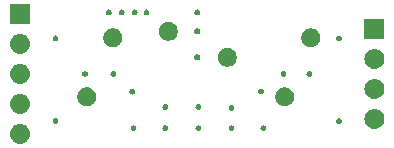
<source format=gbs>
G04 #@! TF.GenerationSoftware,KiCad,Pcbnew,5.0.2-bee76a0~70~ubuntu18.04.1*
G04 #@! TF.CreationDate,2018-12-18T09:34:18-08:00*
G04 #@! TF.ProjectId,LowPassFilterModule,4c6f7750-6173-4734-9669-6c7465724d6f,rev?*
G04 #@! TF.SameCoordinates,Original*
G04 #@! TF.FileFunction,Soldermask,Bot*
G04 #@! TF.FilePolarity,Negative*
%FSLAX46Y46*%
G04 Gerber Fmt 4.6, Leading zero omitted, Abs format (unit mm)*
G04 Created by KiCad (PCBNEW 5.0.2-bee76a0~70~ubuntu18.04.1) date Tue 18 Dec 2018 09:34:18 AM PST*
%MOMM*%
%LPD*%
G01*
G04 APERTURE LIST*
%ADD10C,0.100000*%
G04 APERTURE END LIST*
D10*
G36*
X102166630Y-97242299D02*
X102326855Y-97290903D01*
X102474520Y-97369831D01*
X102603949Y-97476051D01*
X102710169Y-97605480D01*
X102789097Y-97753145D01*
X102837701Y-97913370D01*
X102854112Y-98080000D01*
X102837701Y-98246630D01*
X102789097Y-98406855D01*
X102710169Y-98554520D01*
X102603949Y-98683949D01*
X102474520Y-98790169D01*
X102326855Y-98869097D01*
X102166630Y-98917701D01*
X102041752Y-98930000D01*
X101958248Y-98930000D01*
X101833370Y-98917701D01*
X101673145Y-98869097D01*
X101525480Y-98790169D01*
X101396051Y-98683949D01*
X101289831Y-98554520D01*
X101210903Y-98406855D01*
X101162299Y-98246630D01*
X101145888Y-98080000D01*
X101162299Y-97913370D01*
X101210903Y-97753145D01*
X101289831Y-97605480D01*
X101396051Y-97476051D01*
X101525480Y-97369831D01*
X101673145Y-97290903D01*
X101833370Y-97242299D01*
X101958248Y-97230000D01*
X102041752Y-97230000D01*
X102166630Y-97242299D01*
X102166630Y-97242299D01*
G37*
G36*
X122636698Y-97352402D02*
X122672922Y-97359607D01*
X122718420Y-97378453D01*
X122759366Y-97405812D01*
X122794188Y-97440634D01*
X122821547Y-97481580D01*
X122840393Y-97527078D01*
X122850000Y-97575377D01*
X122850000Y-97624623D01*
X122840393Y-97672922D01*
X122821547Y-97718420D01*
X122794188Y-97759366D01*
X122759366Y-97794188D01*
X122718420Y-97821547D01*
X122672922Y-97840393D01*
X122636698Y-97847598D01*
X122624624Y-97850000D01*
X122575376Y-97850000D01*
X122563302Y-97847598D01*
X122527078Y-97840393D01*
X122481580Y-97821547D01*
X122440634Y-97794188D01*
X122405812Y-97759366D01*
X122378453Y-97718420D01*
X122359607Y-97672922D01*
X122350000Y-97624623D01*
X122350000Y-97575377D01*
X122359607Y-97527078D01*
X122378453Y-97481580D01*
X122405812Y-97440634D01*
X122440634Y-97405812D01*
X122481580Y-97378453D01*
X122527078Y-97359607D01*
X122563302Y-97352402D01*
X122575376Y-97350000D01*
X122624624Y-97350000D01*
X122636698Y-97352402D01*
X122636698Y-97352402D01*
G37*
G36*
X117136698Y-97352402D02*
X117172922Y-97359607D01*
X117218420Y-97378453D01*
X117259366Y-97405812D01*
X117294188Y-97440634D01*
X117321547Y-97481580D01*
X117340393Y-97527078D01*
X117350000Y-97575377D01*
X117350000Y-97624623D01*
X117340393Y-97672922D01*
X117321547Y-97718420D01*
X117294188Y-97759366D01*
X117259366Y-97794188D01*
X117218420Y-97821547D01*
X117172922Y-97840393D01*
X117136698Y-97847598D01*
X117124624Y-97850000D01*
X117075376Y-97850000D01*
X117063302Y-97847598D01*
X117027078Y-97840393D01*
X116981580Y-97821547D01*
X116940634Y-97794188D01*
X116905812Y-97759366D01*
X116878453Y-97718420D01*
X116859607Y-97672922D01*
X116850000Y-97624623D01*
X116850000Y-97575377D01*
X116859607Y-97527078D01*
X116878453Y-97481580D01*
X116905812Y-97440634D01*
X116940634Y-97405812D01*
X116981580Y-97378453D01*
X117027078Y-97359607D01*
X117063302Y-97352402D01*
X117075376Y-97350000D01*
X117124624Y-97350000D01*
X117136698Y-97352402D01*
X117136698Y-97352402D01*
G37*
G36*
X114336698Y-97352402D02*
X114372922Y-97359607D01*
X114418420Y-97378453D01*
X114459366Y-97405812D01*
X114494188Y-97440634D01*
X114521547Y-97481580D01*
X114540393Y-97527078D01*
X114550000Y-97575377D01*
X114550000Y-97624623D01*
X114540393Y-97672922D01*
X114521547Y-97718420D01*
X114494188Y-97759366D01*
X114459366Y-97794188D01*
X114418420Y-97821547D01*
X114372922Y-97840393D01*
X114336698Y-97847598D01*
X114324624Y-97850000D01*
X114275376Y-97850000D01*
X114263302Y-97847598D01*
X114227078Y-97840393D01*
X114181580Y-97821547D01*
X114140634Y-97794188D01*
X114105812Y-97759366D01*
X114078453Y-97718420D01*
X114059607Y-97672922D01*
X114050000Y-97624623D01*
X114050000Y-97575377D01*
X114059607Y-97527078D01*
X114078453Y-97481580D01*
X114105812Y-97440634D01*
X114140634Y-97405812D01*
X114181580Y-97378453D01*
X114227078Y-97359607D01*
X114263302Y-97352402D01*
X114275376Y-97350000D01*
X114324624Y-97350000D01*
X114336698Y-97352402D01*
X114336698Y-97352402D01*
G37*
G36*
X119936698Y-97352402D02*
X119972922Y-97359607D01*
X120018420Y-97378453D01*
X120059366Y-97405812D01*
X120094188Y-97440634D01*
X120121547Y-97481580D01*
X120140393Y-97527078D01*
X120150000Y-97575377D01*
X120150000Y-97624623D01*
X120140393Y-97672922D01*
X120121547Y-97718420D01*
X120094188Y-97759366D01*
X120059366Y-97794188D01*
X120018420Y-97821547D01*
X119972922Y-97840393D01*
X119936698Y-97847598D01*
X119924624Y-97850000D01*
X119875376Y-97850000D01*
X119863302Y-97847598D01*
X119827078Y-97840393D01*
X119781580Y-97821547D01*
X119740634Y-97794188D01*
X119705812Y-97759366D01*
X119678453Y-97718420D01*
X119659607Y-97672922D01*
X119650000Y-97624623D01*
X119650000Y-97575377D01*
X119659607Y-97527078D01*
X119678453Y-97481580D01*
X119705812Y-97440634D01*
X119740634Y-97405812D01*
X119781580Y-97378453D01*
X119827078Y-97359607D01*
X119863302Y-97352402D01*
X119875376Y-97350000D01*
X119924624Y-97350000D01*
X119936698Y-97352402D01*
X119936698Y-97352402D01*
G37*
G36*
X111636698Y-97352402D02*
X111672922Y-97359607D01*
X111718420Y-97378453D01*
X111759366Y-97405812D01*
X111794188Y-97440634D01*
X111821547Y-97481580D01*
X111840393Y-97527078D01*
X111850000Y-97575377D01*
X111850000Y-97624623D01*
X111840393Y-97672922D01*
X111821547Y-97718420D01*
X111794188Y-97759366D01*
X111759366Y-97794188D01*
X111718420Y-97821547D01*
X111672922Y-97840393D01*
X111636698Y-97847598D01*
X111624624Y-97850000D01*
X111575376Y-97850000D01*
X111563302Y-97847598D01*
X111527078Y-97840393D01*
X111481580Y-97821547D01*
X111440634Y-97794188D01*
X111405812Y-97759366D01*
X111378453Y-97718420D01*
X111359607Y-97672922D01*
X111350000Y-97624623D01*
X111350000Y-97575377D01*
X111359607Y-97527078D01*
X111378453Y-97481580D01*
X111405812Y-97440634D01*
X111440634Y-97405812D01*
X111481580Y-97378453D01*
X111527078Y-97359607D01*
X111563302Y-97352402D01*
X111575376Y-97350000D01*
X111624624Y-97350000D01*
X111636698Y-97352402D01*
X111636698Y-97352402D01*
G37*
G36*
X132166630Y-95972299D02*
X132326855Y-96020903D01*
X132474520Y-96099831D01*
X132603949Y-96206051D01*
X132710169Y-96335480D01*
X132789097Y-96483145D01*
X132837701Y-96643370D01*
X132854112Y-96810000D01*
X132837701Y-96976630D01*
X132789097Y-97136855D01*
X132710169Y-97284520D01*
X132603949Y-97413949D01*
X132474520Y-97520169D01*
X132326855Y-97599097D01*
X132166630Y-97647701D01*
X132041752Y-97660000D01*
X131958248Y-97660000D01*
X131833370Y-97647701D01*
X131673145Y-97599097D01*
X131525480Y-97520169D01*
X131396051Y-97413949D01*
X131289831Y-97284520D01*
X131210903Y-97136855D01*
X131162299Y-96976630D01*
X131145888Y-96810000D01*
X131162299Y-96643370D01*
X131210903Y-96483145D01*
X131289831Y-96335480D01*
X131396051Y-96206051D01*
X131525480Y-96099831D01*
X131673145Y-96020903D01*
X131833370Y-95972299D01*
X131958248Y-95960000D01*
X132041752Y-95960000D01*
X132166630Y-95972299D01*
X132166630Y-95972299D01*
G37*
G36*
X105036698Y-96752402D02*
X105072922Y-96759607D01*
X105118420Y-96778453D01*
X105159366Y-96805812D01*
X105194188Y-96840634D01*
X105221547Y-96881580D01*
X105240393Y-96927078D01*
X105250000Y-96975377D01*
X105250000Y-97024623D01*
X105240393Y-97072922D01*
X105221547Y-97118420D01*
X105194188Y-97159366D01*
X105159366Y-97194188D01*
X105118420Y-97221547D01*
X105072922Y-97240393D01*
X105036698Y-97247598D01*
X105024624Y-97250000D01*
X104975376Y-97250000D01*
X104963302Y-97247598D01*
X104927078Y-97240393D01*
X104881580Y-97221547D01*
X104840634Y-97194188D01*
X104805812Y-97159366D01*
X104778453Y-97118420D01*
X104759607Y-97072922D01*
X104750000Y-97024623D01*
X104750000Y-96975377D01*
X104759607Y-96927078D01*
X104778453Y-96881580D01*
X104805812Y-96840634D01*
X104840634Y-96805812D01*
X104881580Y-96778453D01*
X104927078Y-96759607D01*
X104963302Y-96752402D01*
X104975376Y-96750000D01*
X105024624Y-96750000D01*
X105036698Y-96752402D01*
X105036698Y-96752402D01*
G37*
G36*
X129036698Y-96752402D02*
X129072922Y-96759607D01*
X129118420Y-96778453D01*
X129159366Y-96805812D01*
X129194188Y-96840634D01*
X129221547Y-96881580D01*
X129240393Y-96927078D01*
X129250000Y-96975377D01*
X129250000Y-97024623D01*
X129240393Y-97072922D01*
X129221547Y-97118420D01*
X129194188Y-97159366D01*
X129159366Y-97194188D01*
X129118420Y-97221547D01*
X129072922Y-97240393D01*
X129036698Y-97247598D01*
X129024624Y-97250000D01*
X128975376Y-97250000D01*
X128963302Y-97247598D01*
X128927078Y-97240393D01*
X128881580Y-97221547D01*
X128840634Y-97194188D01*
X128805812Y-97159366D01*
X128778453Y-97118420D01*
X128759607Y-97072922D01*
X128750000Y-97024623D01*
X128750000Y-96975377D01*
X128759607Y-96927078D01*
X128778453Y-96881580D01*
X128805812Y-96840634D01*
X128840634Y-96805812D01*
X128881580Y-96778453D01*
X128927078Y-96759607D01*
X128963302Y-96752402D01*
X128975376Y-96750000D01*
X129024624Y-96750000D01*
X129036698Y-96752402D01*
X129036698Y-96752402D01*
G37*
G36*
X102166630Y-94702299D02*
X102326855Y-94750903D01*
X102474520Y-94829831D01*
X102603949Y-94936051D01*
X102710169Y-95065480D01*
X102789097Y-95213145D01*
X102837701Y-95373370D01*
X102854112Y-95540000D01*
X102837701Y-95706630D01*
X102789097Y-95866855D01*
X102710169Y-96014520D01*
X102603949Y-96143949D01*
X102474520Y-96250169D01*
X102326855Y-96329097D01*
X102166630Y-96377701D01*
X102041752Y-96390000D01*
X101958248Y-96390000D01*
X101833370Y-96377701D01*
X101673145Y-96329097D01*
X101525480Y-96250169D01*
X101396051Y-96143949D01*
X101289831Y-96014520D01*
X101210903Y-95866855D01*
X101162299Y-95706630D01*
X101145888Y-95540000D01*
X101162299Y-95373370D01*
X101210903Y-95213145D01*
X101289831Y-95065480D01*
X101396051Y-94936051D01*
X101525480Y-94829831D01*
X101673145Y-94750903D01*
X101833370Y-94702299D01*
X101958248Y-94690000D01*
X102041752Y-94690000D01*
X102166630Y-94702299D01*
X102166630Y-94702299D01*
G37*
G36*
X119936698Y-95652402D02*
X119972922Y-95659607D01*
X120018420Y-95678453D01*
X120059366Y-95705812D01*
X120094188Y-95740634D01*
X120121547Y-95781580D01*
X120140393Y-95827078D01*
X120150000Y-95875377D01*
X120150000Y-95924623D01*
X120140393Y-95972922D01*
X120121547Y-96018420D01*
X120094188Y-96059366D01*
X120059366Y-96094188D01*
X120018420Y-96121547D01*
X119972922Y-96140393D01*
X119936698Y-96147598D01*
X119924624Y-96150000D01*
X119875376Y-96150000D01*
X119863302Y-96147598D01*
X119827078Y-96140393D01*
X119781580Y-96121547D01*
X119740634Y-96094188D01*
X119705812Y-96059366D01*
X119678453Y-96018420D01*
X119659607Y-95972922D01*
X119650000Y-95924623D01*
X119650000Y-95875377D01*
X119659607Y-95827078D01*
X119678453Y-95781580D01*
X119705812Y-95740634D01*
X119740634Y-95705812D01*
X119781580Y-95678453D01*
X119827078Y-95659607D01*
X119863302Y-95652402D01*
X119875376Y-95650000D01*
X119924624Y-95650000D01*
X119936698Y-95652402D01*
X119936698Y-95652402D01*
G37*
G36*
X114336698Y-95552402D02*
X114372922Y-95559607D01*
X114418420Y-95578453D01*
X114459366Y-95605812D01*
X114494188Y-95640634D01*
X114521547Y-95681580D01*
X114540393Y-95727078D01*
X114550000Y-95775377D01*
X114550000Y-95824623D01*
X114540393Y-95872922D01*
X114521547Y-95918420D01*
X114494188Y-95959366D01*
X114459366Y-95994188D01*
X114418420Y-96021547D01*
X114372922Y-96040393D01*
X114336698Y-96047598D01*
X114324624Y-96050000D01*
X114275376Y-96050000D01*
X114263302Y-96047598D01*
X114227078Y-96040393D01*
X114181580Y-96021547D01*
X114140634Y-95994188D01*
X114105812Y-95959366D01*
X114078453Y-95918420D01*
X114059607Y-95872922D01*
X114050000Y-95824623D01*
X114050000Y-95775377D01*
X114059607Y-95727078D01*
X114078453Y-95681580D01*
X114105812Y-95640634D01*
X114140634Y-95605812D01*
X114181580Y-95578453D01*
X114227078Y-95559607D01*
X114263302Y-95552402D01*
X114275376Y-95550000D01*
X114324624Y-95550000D01*
X114336698Y-95552402D01*
X114336698Y-95552402D01*
G37*
G36*
X117136698Y-95552402D02*
X117172922Y-95559607D01*
X117218420Y-95578453D01*
X117259366Y-95605812D01*
X117294188Y-95640634D01*
X117321547Y-95681580D01*
X117340393Y-95727078D01*
X117350000Y-95775377D01*
X117350000Y-95824623D01*
X117340393Y-95872922D01*
X117321547Y-95918420D01*
X117294188Y-95959366D01*
X117259366Y-95994188D01*
X117218420Y-96021547D01*
X117172922Y-96040393D01*
X117136698Y-96047598D01*
X117124624Y-96050000D01*
X117075376Y-96050000D01*
X117063302Y-96047598D01*
X117027078Y-96040393D01*
X116981580Y-96021547D01*
X116940634Y-95994188D01*
X116905812Y-95959366D01*
X116878453Y-95918420D01*
X116859607Y-95872922D01*
X116850000Y-95824623D01*
X116850000Y-95775377D01*
X116859607Y-95727078D01*
X116878453Y-95681580D01*
X116905812Y-95640634D01*
X116940634Y-95605812D01*
X116981580Y-95578453D01*
X117027078Y-95559607D01*
X117063302Y-95552402D01*
X117075376Y-95550000D01*
X117124624Y-95550000D01*
X117136698Y-95552402D01*
X117136698Y-95552402D01*
G37*
G36*
X124633352Y-94180743D02*
X124778941Y-94241048D01*
X124909973Y-94328601D01*
X125021399Y-94440027D01*
X125108952Y-94571059D01*
X125169257Y-94716648D01*
X125200000Y-94871205D01*
X125200000Y-95028795D01*
X125169257Y-95183352D01*
X125108952Y-95328941D01*
X125021399Y-95459973D01*
X124909973Y-95571399D01*
X124778941Y-95658952D01*
X124633352Y-95719257D01*
X124478795Y-95750000D01*
X124321205Y-95750000D01*
X124166648Y-95719257D01*
X124021059Y-95658952D01*
X123890027Y-95571399D01*
X123778601Y-95459973D01*
X123691048Y-95328941D01*
X123630743Y-95183352D01*
X123600000Y-95028795D01*
X123600000Y-94871205D01*
X123630743Y-94716648D01*
X123691048Y-94571059D01*
X123778601Y-94440027D01*
X123890027Y-94328601D01*
X124021059Y-94241048D01*
X124166648Y-94180743D01*
X124321205Y-94150000D01*
X124478795Y-94150000D01*
X124633352Y-94180743D01*
X124633352Y-94180743D01*
G37*
G36*
X107883352Y-94180743D02*
X108028941Y-94241048D01*
X108159973Y-94328601D01*
X108271399Y-94440027D01*
X108358952Y-94571059D01*
X108419257Y-94716648D01*
X108450000Y-94871205D01*
X108450000Y-95028795D01*
X108419257Y-95183352D01*
X108358952Y-95328941D01*
X108271399Y-95459973D01*
X108159973Y-95571399D01*
X108028941Y-95658952D01*
X107883352Y-95719257D01*
X107728795Y-95750000D01*
X107571205Y-95750000D01*
X107416648Y-95719257D01*
X107271059Y-95658952D01*
X107140027Y-95571399D01*
X107028601Y-95459973D01*
X106941048Y-95328941D01*
X106880743Y-95183352D01*
X106850000Y-95028795D01*
X106850000Y-94871205D01*
X106880743Y-94716648D01*
X106941048Y-94571059D01*
X107028601Y-94440027D01*
X107140027Y-94328601D01*
X107271059Y-94241048D01*
X107416648Y-94180743D01*
X107571205Y-94150000D01*
X107728795Y-94150000D01*
X107883352Y-94180743D01*
X107883352Y-94180743D01*
G37*
G36*
X132166630Y-93432299D02*
X132326855Y-93480903D01*
X132474520Y-93559831D01*
X132603949Y-93666051D01*
X132710169Y-93795480D01*
X132789097Y-93943145D01*
X132837701Y-94103370D01*
X132854112Y-94270000D01*
X132837701Y-94436630D01*
X132789097Y-94596855D01*
X132710169Y-94744520D01*
X132603949Y-94873949D01*
X132474520Y-94980169D01*
X132326855Y-95059097D01*
X132166630Y-95107701D01*
X132041752Y-95120000D01*
X131958248Y-95120000D01*
X131833370Y-95107701D01*
X131673145Y-95059097D01*
X131525480Y-94980169D01*
X131396051Y-94873949D01*
X131289831Y-94744520D01*
X131210903Y-94596855D01*
X131162299Y-94436630D01*
X131145888Y-94270000D01*
X131162299Y-94103370D01*
X131210903Y-93943145D01*
X131289831Y-93795480D01*
X131396051Y-93666051D01*
X131525480Y-93559831D01*
X131673145Y-93480903D01*
X131833370Y-93432299D01*
X131958248Y-93420000D01*
X132041752Y-93420000D01*
X132166630Y-93432299D01*
X132166630Y-93432299D01*
G37*
G36*
X111536698Y-94252402D02*
X111572922Y-94259607D01*
X111618420Y-94278453D01*
X111659366Y-94305812D01*
X111694188Y-94340634D01*
X111721547Y-94381580D01*
X111740393Y-94427078D01*
X111750000Y-94475377D01*
X111750000Y-94524623D01*
X111740393Y-94572922D01*
X111721547Y-94618420D01*
X111694188Y-94659366D01*
X111659366Y-94694188D01*
X111618420Y-94721547D01*
X111572922Y-94740393D01*
X111536698Y-94747598D01*
X111524624Y-94750000D01*
X111475376Y-94750000D01*
X111463302Y-94747598D01*
X111427078Y-94740393D01*
X111381580Y-94721547D01*
X111340634Y-94694188D01*
X111305812Y-94659366D01*
X111278453Y-94618420D01*
X111259607Y-94572922D01*
X111250000Y-94524623D01*
X111250000Y-94475377D01*
X111259607Y-94427078D01*
X111278453Y-94381580D01*
X111305812Y-94340634D01*
X111340634Y-94305812D01*
X111381580Y-94278453D01*
X111427078Y-94259607D01*
X111463302Y-94252402D01*
X111475376Y-94250000D01*
X111524624Y-94250000D01*
X111536698Y-94252402D01*
X111536698Y-94252402D01*
G37*
G36*
X122436698Y-94252402D02*
X122472922Y-94259607D01*
X122518420Y-94278453D01*
X122559366Y-94305812D01*
X122594188Y-94340634D01*
X122621547Y-94381580D01*
X122640393Y-94427078D01*
X122650000Y-94475377D01*
X122650000Y-94524623D01*
X122640393Y-94572922D01*
X122621547Y-94618420D01*
X122594188Y-94659366D01*
X122559366Y-94694188D01*
X122518420Y-94721547D01*
X122472922Y-94740393D01*
X122436698Y-94747598D01*
X122424624Y-94750000D01*
X122375376Y-94750000D01*
X122363302Y-94747598D01*
X122327078Y-94740393D01*
X122281580Y-94721547D01*
X122240634Y-94694188D01*
X122205812Y-94659366D01*
X122178453Y-94618420D01*
X122159607Y-94572922D01*
X122150000Y-94524623D01*
X122150000Y-94475377D01*
X122159607Y-94427078D01*
X122178453Y-94381580D01*
X122205812Y-94340634D01*
X122240634Y-94305812D01*
X122281580Y-94278453D01*
X122327078Y-94259607D01*
X122363302Y-94252402D01*
X122375376Y-94250000D01*
X122424624Y-94250000D01*
X122436698Y-94252402D01*
X122436698Y-94252402D01*
G37*
G36*
X102166630Y-92162299D02*
X102326855Y-92210903D01*
X102474520Y-92289831D01*
X102603949Y-92396051D01*
X102710169Y-92525480D01*
X102789097Y-92673145D01*
X102837701Y-92833370D01*
X102854112Y-93000000D01*
X102837701Y-93166630D01*
X102789097Y-93326855D01*
X102710169Y-93474520D01*
X102603949Y-93603949D01*
X102474520Y-93710169D01*
X102326855Y-93789097D01*
X102166630Y-93837701D01*
X102041752Y-93850000D01*
X101958248Y-93850000D01*
X101833370Y-93837701D01*
X101673145Y-93789097D01*
X101525480Y-93710169D01*
X101396051Y-93603949D01*
X101289831Y-93474520D01*
X101210903Y-93326855D01*
X101162299Y-93166630D01*
X101145888Y-93000000D01*
X101162299Y-92833370D01*
X101210903Y-92673145D01*
X101289831Y-92525480D01*
X101396051Y-92396051D01*
X101525480Y-92289831D01*
X101673145Y-92210903D01*
X101833370Y-92162299D01*
X101958248Y-92150000D01*
X102041752Y-92150000D01*
X102166630Y-92162299D01*
X102166630Y-92162299D01*
G37*
G36*
X124336698Y-92752402D02*
X124372922Y-92759607D01*
X124418420Y-92778453D01*
X124459366Y-92805812D01*
X124494188Y-92840634D01*
X124521547Y-92881580D01*
X124540393Y-92927078D01*
X124550000Y-92975377D01*
X124550000Y-93024623D01*
X124540393Y-93072922D01*
X124521547Y-93118420D01*
X124494188Y-93159366D01*
X124459366Y-93194188D01*
X124418420Y-93221547D01*
X124372922Y-93240393D01*
X124336698Y-93247598D01*
X124324624Y-93250000D01*
X124275376Y-93250000D01*
X124263302Y-93247598D01*
X124227078Y-93240393D01*
X124181580Y-93221547D01*
X124140634Y-93194188D01*
X124105812Y-93159366D01*
X124078453Y-93118420D01*
X124059607Y-93072922D01*
X124050000Y-93024623D01*
X124050000Y-92975377D01*
X124059607Y-92927078D01*
X124078453Y-92881580D01*
X124105812Y-92840634D01*
X124140634Y-92805812D01*
X124181580Y-92778453D01*
X124227078Y-92759607D01*
X124263302Y-92752402D01*
X124275376Y-92750000D01*
X124324624Y-92750000D01*
X124336698Y-92752402D01*
X124336698Y-92752402D01*
G37*
G36*
X109936698Y-92752402D02*
X109972922Y-92759607D01*
X110018420Y-92778453D01*
X110059366Y-92805812D01*
X110094188Y-92840634D01*
X110121547Y-92881580D01*
X110140393Y-92927078D01*
X110150000Y-92975377D01*
X110150000Y-93024623D01*
X110140393Y-93072922D01*
X110121547Y-93118420D01*
X110094188Y-93159366D01*
X110059366Y-93194188D01*
X110018420Y-93221547D01*
X109972922Y-93240393D01*
X109936698Y-93247598D01*
X109924624Y-93250000D01*
X109875376Y-93250000D01*
X109863302Y-93247598D01*
X109827078Y-93240393D01*
X109781580Y-93221547D01*
X109740634Y-93194188D01*
X109705812Y-93159366D01*
X109678453Y-93118420D01*
X109659607Y-93072922D01*
X109650000Y-93024623D01*
X109650000Y-92975377D01*
X109659607Y-92927078D01*
X109678453Y-92881580D01*
X109705812Y-92840634D01*
X109740634Y-92805812D01*
X109781580Y-92778453D01*
X109827078Y-92759607D01*
X109863302Y-92752402D01*
X109875376Y-92750000D01*
X109924624Y-92750000D01*
X109936698Y-92752402D01*
X109936698Y-92752402D01*
G37*
G36*
X107536698Y-92752402D02*
X107572922Y-92759607D01*
X107618420Y-92778453D01*
X107659366Y-92805812D01*
X107694188Y-92840634D01*
X107721547Y-92881580D01*
X107740393Y-92927078D01*
X107750000Y-92975377D01*
X107750000Y-93024623D01*
X107740393Y-93072922D01*
X107721547Y-93118420D01*
X107694188Y-93159366D01*
X107659366Y-93194188D01*
X107618420Y-93221547D01*
X107572922Y-93240393D01*
X107536698Y-93247598D01*
X107524624Y-93250000D01*
X107475376Y-93250000D01*
X107463302Y-93247598D01*
X107427078Y-93240393D01*
X107381580Y-93221547D01*
X107340634Y-93194188D01*
X107305812Y-93159366D01*
X107278453Y-93118420D01*
X107259607Y-93072922D01*
X107250000Y-93024623D01*
X107250000Y-92975377D01*
X107259607Y-92927078D01*
X107278453Y-92881580D01*
X107305812Y-92840634D01*
X107340634Y-92805812D01*
X107381580Y-92778453D01*
X107427078Y-92759607D01*
X107463302Y-92752402D01*
X107475376Y-92750000D01*
X107524624Y-92750000D01*
X107536698Y-92752402D01*
X107536698Y-92752402D01*
G37*
G36*
X126536698Y-92752402D02*
X126572922Y-92759607D01*
X126618420Y-92778453D01*
X126659366Y-92805812D01*
X126694188Y-92840634D01*
X126721547Y-92881580D01*
X126740393Y-92927078D01*
X126750000Y-92975377D01*
X126750000Y-93024623D01*
X126740393Y-93072922D01*
X126721547Y-93118420D01*
X126694188Y-93159366D01*
X126659366Y-93194188D01*
X126618420Y-93221547D01*
X126572922Y-93240393D01*
X126536698Y-93247598D01*
X126524624Y-93250000D01*
X126475376Y-93250000D01*
X126463302Y-93247598D01*
X126427078Y-93240393D01*
X126381580Y-93221547D01*
X126340634Y-93194188D01*
X126305812Y-93159366D01*
X126278453Y-93118420D01*
X126259607Y-93072922D01*
X126250000Y-93024623D01*
X126250000Y-92975377D01*
X126259607Y-92927078D01*
X126278453Y-92881580D01*
X126305812Y-92840634D01*
X126340634Y-92805812D01*
X126381580Y-92778453D01*
X126427078Y-92759607D01*
X126463302Y-92752402D01*
X126475376Y-92750000D01*
X126524624Y-92750000D01*
X126536698Y-92752402D01*
X126536698Y-92752402D01*
G37*
G36*
X132166630Y-90892299D02*
X132326855Y-90940903D01*
X132474520Y-91019831D01*
X132603949Y-91126051D01*
X132710169Y-91255480D01*
X132789097Y-91403145D01*
X132837701Y-91563370D01*
X132854112Y-91730000D01*
X132837701Y-91896630D01*
X132789097Y-92056855D01*
X132710169Y-92204520D01*
X132603949Y-92333949D01*
X132474520Y-92440169D01*
X132326855Y-92519097D01*
X132166630Y-92567701D01*
X132041752Y-92580000D01*
X131958248Y-92580000D01*
X131833370Y-92567701D01*
X131673145Y-92519097D01*
X131525480Y-92440169D01*
X131396051Y-92333949D01*
X131289831Y-92204520D01*
X131210903Y-92056855D01*
X131162299Y-91896630D01*
X131145888Y-91730000D01*
X131162299Y-91563370D01*
X131210903Y-91403145D01*
X131289831Y-91255480D01*
X131396051Y-91126051D01*
X131525480Y-91019831D01*
X131673145Y-90940903D01*
X131833370Y-90892299D01*
X131958248Y-90880000D01*
X132041752Y-90880000D01*
X132166630Y-90892299D01*
X132166630Y-90892299D01*
G37*
G36*
X119783352Y-90830743D02*
X119928941Y-90891048D01*
X120059973Y-90978601D01*
X120171399Y-91090027D01*
X120258952Y-91221059D01*
X120319257Y-91366648D01*
X120350000Y-91521205D01*
X120350000Y-91678795D01*
X120319257Y-91833352D01*
X120258952Y-91978941D01*
X120171399Y-92109973D01*
X120059973Y-92221399D01*
X119928941Y-92308952D01*
X119783352Y-92369257D01*
X119628795Y-92400000D01*
X119471205Y-92400000D01*
X119316648Y-92369257D01*
X119171059Y-92308952D01*
X119040027Y-92221399D01*
X118928601Y-92109973D01*
X118841048Y-91978941D01*
X118780743Y-91833352D01*
X118750000Y-91678795D01*
X118750000Y-91521205D01*
X118780743Y-91366648D01*
X118841048Y-91221059D01*
X118928601Y-91090027D01*
X119040027Y-90978601D01*
X119171059Y-90891048D01*
X119316648Y-90830743D01*
X119471205Y-90800000D01*
X119628795Y-90800000D01*
X119783352Y-90830743D01*
X119783352Y-90830743D01*
G37*
G36*
X117036698Y-91352402D02*
X117072922Y-91359607D01*
X117118420Y-91378453D01*
X117159366Y-91405812D01*
X117194188Y-91440634D01*
X117221547Y-91481580D01*
X117240393Y-91527078D01*
X117250000Y-91575377D01*
X117250000Y-91624623D01*
X117240393Y-91672922D01*
X117221547Y-91718420D01*
X117194188Y-91759366D01*
X117159366Y-91794188D01*
X117118420Y-91821547D01*
X117072922Y-91840393D01*
X117036698Y-91847598D01*
X117024624Y-91850000D01*
X116975376Y-91850000D01*
X116963302Y-91847598D01*
X116927078Y-91840393D01*
X116881580Y-91821547D01*
X116840634Y-91794188D01*
X116805812Y-91759366D01*
X116778453Y-91718420D01*
X116759607Y-91672922D01*
X116750000Y-91624623D01*
X116750000Y-91575377D01*
X116759607Y-91527078D01*
X116778453Y-91481580D01*
X116805812Y-91440634D01*
X116840634Y-91405812D01*
X116881580Y-91378453D01*
X116927078Y-91359607D01*
X116963302Y-91352402D01*
X116975376Y-91350000D01*
X117024624Y-91350000D01*
X117036698Y-91352402D01*
X117036698Y-91352402D01*
G37*
G36*
X102166630Y-89622299D02*
X102326855Y-89670903D01*
X102474520Y-89749831D01*
X102603949Y-89856051D01*
X102710169Y-89985480D01*
X102789097Y-90133145D01*
X102837701Y-90293370D01*
X102854112Y-90460000D01*
X102837701Y-90626630D01*
X102789097Y-90786855D01*
X102710169Y-90934520D01*
X102603949Y-91063949D01*
X102474520Y-91170169D01*
X102326855Y-91249097D01*
X102166630Y-91297701D01*
X102041752Y-91310000D01*
X101958248Y-91310000D01*
X101833370Y-91297701D01*
X101673145Y-91249097D01*
X101525480Y-91170169D01*
X101396051Y-91063949D01*
X101289831Y-90934520D01*
X101210903Y-90786855D01*
X101162299Y-90626630D01*
X101145888Y-90460000D01*
X101162299Y-90293370D01*
X101210903Y-90133145D01*
X101289831Y-89985480D01*
X101396051Y-89856051D01*
X101525480Y-89749831D01*
X101673145Y-89670903D01*
X101833370Y-89622299D01*
X101958248Y-89610000D01*
X102041752Y-89610000D01*
X102166630Y-89622299D01*
X102166630Y-89622299D01*
G37*
G36*
X126833352Y-89180743D02*
X126978941Y-89241048D01*
X127109973Y-89328601D01*
X127221399Y-89440027D01*
X127308952Y-89571059D01*
X127369257Y-89716648D01*
X127400000Y-89871205D01*
X127400000Y-90028795D01*
X127369257Y-90183352D01*
X127308952Y-90328941D01*
X127221399Y-90459973D01*
X127109973Y-90571399D01*
X126978941Y-90658952D01*
X126833352Y-90719257D01*
X126678795Y-90750000D01*
X126521205Y-90750000D01*
X126366648Y-90719257D01*
X126221059Y-90658952D01*
X126090027Y-90571399D01*
X125978601Y-90459973D01*
X125891048Y-90328941D01*
X125830743Y-90183352D01*
X125800000Y-90028795D01*
X125800000Y-89871205D01*
X125830743Y-89716648D01*
X125891048Y-89571059D01*
X125978601Y-89440027D01*
X126090027Y-89328601D01*
X126221059Y-89241048D01*
X126366648Y-89180743D01*
X126521205Y-89150000D01*
X126678795Y-89150000D01*
X126833352Y-89180743D01*
X126833352Y-89180743D01*
G37*
G36*
X110083352Y-89180743D02*
X110228941Y-89241048D01*
X110359973Y-89328601D01*
X110471399Y-89440027D01*
X110558952Y-89571059D01*
X110619257Y-89716648D01*
X110650000Y-89871205D01*
X110650000Y-90028795D01*
X110619257Y-90183352D01*
X110558952Y-90328941D01*
X110471399Y-90459973D01*
X110359973Y-90571399D01*
X110228941Y-90658952D01*
X110083352Y-90719257D01*
X109928795Y-90750000D01*
X109771205Y-90750000D01*
X109616648Y-90719257D01*
X109471059Y-90658952D01*
X109340027Y-90571399D01*
X109228601Y-90459973D01*
X109141048Y-90328941D01*
X109080743Y-90183352D01*
X109050000Y-90028795D01*
X109050000Y-89871205D01*
X109080743Y-89716648D01*
X109141048Y-89571059D01*
X109228601Y-89440027D01*
X109340027Y-89328601D01*
X109471059Y-89241048D01*
X109616648Y-89180743D01*
X109771205Y-89150000D01*
X109928795Y-89150000D01*
X110083352Y-89180743D01*
X110083352Y-89180743D01*
G37*
G36*
X105036698Y-89752402D02*
X105072922Y-89759607D01*
X105118420Y-89778453D01*
X105159366Y-89805812D01*
X105194188Y-89840634D01*
X105221547Y-89881580D01*
X105240393Y-89927078D01*
X105250000Y-89975377D01*
X105250000Y-90024623D01*
X105240393Y-90072922D01*
X105221547Y-90118420D01*
X105194188Y-90159366D01*
X105159366Y-90194188D01*
X105118420Y-90221547D01*
X105072922Y-90240393D01*
X105036698Y-90247598D01*
X105024624Y-90250000D01*
X104975376Y-90250000D01*
X104963302Y-90247598D01*
X104927078Y-90240393D01*
X104881580Y-90221547D01*
X104840634Y-90194188D01*
X104805812Y-90159366D01*
X104778453Y-90118420D01*
X104759607Y-90072922D01*
X104750000Y-90024623D01*
X104750000Y-89975377D01*
X104759607Y-89927078D01*
X104778453Y-89881580D01*
X104805812Y-89840634D01*
X104840634Y-89805812D01*
X104881580Y-89778453D01*
X104927078Y-89759607D01*
X104963302Y-89752402D01*
X104975376Y-89750000D01*
X105024624Y-89750000D01*
X105036698Y-89752402D01*
X105036698Y-89752402D01*
G37*
G36*
X129036698Y-89752402D02*
X129072922Y-89759607D01*
X129118420Y-89778453D01*
X129159366Y-89805812D01*
X129194188Y-89840634D01*
X129221547Y-89881580D01*
X129240393Y-89927078D01*
X129250000Y-89975377D01*
X129250000Y-90024623D01*
X129240393Y-90072922D01*
X129221547Y-90118420D01*
X129194188Y-90159366D01*
X129159366Y-90194188D01*
X129118420Y-90221547D01*
X129072922Y-90240393D01*
X129036698Y-90247598D01*
X129024624Y-90250000D01*
X128975376Y-90250000D01*
X128963302Y-90247598D01*
X128927078Y-90240393D01*
X128881580Y-90221547D01*
X128840634Y-90194188D01*
X128805812Y-90159366D01*
X128778453Y-90118420D01*
X128759607Y-90072922D01*
X128750000Y-90024623D01*
X128750000Y-89975377D01*
X128759607Y-89927078D01*
X128778453Y-89881580D01*
X128805812Y-89840634D01*
X128840634Y-89805812D01*
X128881580Y-89778453D01*
X128927078Y-89759607D01*
X128963302Y-89752402D01*
X128975376Y-89750000D01*
X129024624Y-89750000D01*
X129036698Y-89752402D01*
X129036698Y-89752402D01*
G37*
G36*
X114783352Y-88630743D02*
X114928941Y-88691048D01*
X115059973Y-88778601D01*
X115171399Y-88890027D01*
X115258952Y-89021059D01*
X115319257Y-89166648D01*
X115350000Y-89321205D01*
X115350000Y-89478795D01*
X115319257Y-89633352D01*
X115258952Y-89778941D01*
X115171399Y-89909973D01*
X115059973Y-90021399D01*
X114928941Y-90108952D01*
X114783352Y-90169257D01*
X114628795Y-90200000D01*
X114471205Y-90200000D01*
X114316648Y-90169257D01*
X114171059Y-90108952D01*
X114040027Y-90021399D01*
X113928601Y-89909973D01*
X113841048Y-89778941D01*
X113780743Y-89633352D01*
X113750000Y-89478795D01*
X113750000Y-89321205D01*
X113780743Y-89166648D01*
X113841048Y-89021059D01*
X113928601Y-88890027D01*
X114040027Y-88778601D01*
X114171059Y-88691048D01*
X114316648Y-88630743D01*
X114471205Y-88600000D01*
X114628795Y-88600000D01*
X114783352Y-88630743D01*
X114783352Y-88630743D01*
G37*
G36*
X132850000Y-90040000D02*
X131150000Y-90040000D01*
X131150000Y-88340000D01*
X132850000Y-88340000D01*
X132850000Y-90040000D01*
X132850000Y-90040000D01*
G37*
G36*
X117036698Y-89152402D02*
X117072922Y-89159607D01*
X117118420Y-89178453D01*
X117159366Y-89205812D01*
X117194188Y-89240634D01*
X117221547Y-89281580D01*
X117240393Y-89327078D01*
X117250000Y-89375377D01*
X117250000Y-89424623D01*
X117240393Y-89472922D01*
X117221547Y-89518420D01*
X117194188Y-89559366D01*
X117159366Y-89594188D01*
X117118420Y-89621547D01*
X117072922Y-89640393D01*
X117036698Y-89647598D01*
X117024624Y-89650000D01*
X116975376Y-89650000D01*
X116963302Y-89647598D01*
X116927078Y-89640393D01*
X116881580Y-89621547D01*
X116840634Y-89594188D01*
X116805812Y-89559366D01*
X116778453Y-89518420D01*
X116759607Y-89472922D01*
X116750000Y-89424623D01*
X116750000Y-89375377D01*
X116759607Y-89327078D01*
X116778453Y-89281580D01*
X116805812Y-89240634D01*
X116840634Y-89205812D01*
X116881580Y-89178453D01*
X116927078Y-89159607D01*
X116963302Y-89152402D01*
X116975376Y-89150000D01*
X117024624Y-89150000D01*
X117036698Y-89152402D01*
X117036698Y-89152402D01*
G37*
G36*
X102850000Y-88770000D02*
X101150000Y-88770000D01*
X101150000Y-87070000D01*
X102850000Y-87070000D01*
X102850000Y-88770000D01*
X102850000Y-88770000D01*
G37*
G36*
X110636698Y-87552402D02*
X110672922Y-87559607D01*
X110718420Y-87578453D01*
X110759366Y-87605812D01*
X110794188Y-87640634D01*
X110821547Y-87681580D01*
X110840393Y-87727078D01*
X110850000Y-87775377D01*
X110850000Y-87824623D01*
X110840393Y-87872922D01*
X110821547Y-87918420D01*
X110794188Y-87959366D01*
X110759366Y-87994188D01*
X110718420Y-88021547D01*
X110672922Y-88040393D01*
X110636698Y-88047598D01*
X110624624Y-88050000D01*
X110575376Y-88050000D01*
X110563302Y-88047598D01*
X110527078Y-88040393D01*
X110481580Y-88021547D01*
X110440634Y-87994188D01*
X110405812Y-87959366D01*
X110378453Y-87918420D01*
X110359607Y-87872922D01*
X110350000Y-87824623D01*
X110350000Y-87775377D01*
X110359607Y-87727078D01*
X110378453Y-87681580D01*
X110405812Y-87640634D01*
X110440634Y-87605812D01*
X110481580Y-87578453D01*
X110527078Y-87559607D01*
X110563302Y-87552402D01*
X110575376Y-87550000D01*
X110624624Y-87550000D01*
X110636698Y-87552402D01*
X110636698Y-87552402D01*
G37*
G36*
X117036698Y-87552402D02*
X117072922Y-87559607D01*
X117118420Y-87578453D01*
X117159366Y-87605812D01*
X117194188Y-87640634D01*
X117221547Y-87681580D01*
X117240393Y-87727078D01*
X117250000Y-87775377D01*
X117250000Y-87824623D01*
X117240393Y-87872922D01*
X117221547Y-87918420D01*
X117194188Y-87959366D01*
X117159366Y-87994188D01*
X117118420Y-88021547D01*
X117072922Y-88040393D01*
X117036698Y-88047598D01*
X117024624Y-88050000D01*
X116975376Y-88050000D01*
X116963302Y-88047598D01*
X116927078Y-88040393D01*
X116881580Y-88021547D01*
X116840634Y-87994188D01*
X116805812Y-87959366D01*
X116778453Y-87918420D01*
X116759607Y-87872922D01*
X116750000Y-87824623D01*
X116750000Y-87775377D01*
X116759607Y-87727078D01*
X116778453Y-87681580D01*
X116805812Y-87640634D01*
X116840634Y-87605812D01*
X116881580Y-87578453D01*
X116927078Y-87559607D01*
X116963302Y-87552402D01*
X116975376Y-87550000D01*
X117024624Y-87550000D01*
X117036698Y-87552402D01*
X117036698Y-87552402D01*
G37*
G36*
X112736698Y-87552402D02*
X112772922Y-87559607D01*
X112818420Y-87578453D01*
X112859366Y-87605812D01*
X112894188Y-87640634D01*
X112921547Y-87681580D01*
X112940393Y-87727078D01*
X112950000Y-87775377D01*
X112950000Y-87824623D01*
X112940393Y-87872922D01*
X112921547Y-87918420D01*
X112894188Y-87959366D01*
X112859366Y-87994188D01*
X112818420Y-88021547D01*
X112772922Y-88040393D01*
X112736698Y-88047598D01*
X112724624Y-88050000D01*
X112675376Y-88050000D01*
X112663302Y-88047598D01*
X112627078Y-88040393D01*
X112581580Y-88021547D01*
X112540634Y-87994188D01*
X112505812Y-87959366D01*
X112478453Y-87918420D01*
X112459607Y-87872922D01*
X112450000Y-87824623D01*
X112450000Y-87775377D01*
X112459607Y-87727078D01*
X112478453Y-87681580D01*
X112505812Y-87640634D01*
X112540634Y-87605812D01*
X112581580Y-87578453D01*
X112627078Y-87559607D01*
X112663302Y-87552402D01*
X112675376Y-87550000D01*
X112724624Y-87550000D01*
X112736698Y-87552402D01*
X112736698Y-87552402D01*
G37*
G36*
X111736698Y-87552402D02*
X111772922Y-87559607D01*
X111818420Y-87578453D01*
X111859366Y-87605812D01*
X111894188Y-87640634D01*
X111921547Y-87681580D01*
X111940393Y-87727078D01*
X111950000Y-87775377D01*
X111950000Y-87824623D01*
X111940393Y-87872922D01*
X111921547Y-87918420D01*
X111894188Y-87959366D01*
X111859366Y-87994188D01*
X111818420Y-88021547D01*
X111772922Y-88040393D01*
X111736698Y-88047598D01*
X111724624Y-88050000D01*
X111675376Y-88050000D01*
X111663302Y-88047598D01*
X111627078Y-88040393D01*
X111581580Y-88021547D01*
X111540634Y-87994188D01*
X111505812Y-87959366D01*
X111478453Y-87918420D01*
X111459607Y-87872922D01*
X111450000Y-87824623D01*
X111450000Y-87775377D01*
X111459607Y-87727078D01*
X111478453Y-87681580D01*
X111505812Y-87640634D01*
X111540634Y-87605812D01*
X111581580Y-87578453D01*
X111627078Y-87559607D01*
X111663302Y-87552402D01*
X111675376Y-87550000D01*
X111724624Y-87550000D01*
X111736698Y-87552402D01*
X111736698Y-87552402D01*
G37*
G36*
X109536698Y-87552402D02*
X109572922Y-87559607D01*
X109618420Y-87578453D01*
X109659366Y-87605812D01*
X109694188Y-87640634D01*
X109721547Y-87681580D01*
X109740393Y-87727078D01*
X109750000Y-87775377D01*
X109750000Y-87824623D01*
X109740393Y-87872922D01*
X109721547Y-87918420D01*
X109694188Y-87959366D01*
X109659366Y-87994188D01*
X109618420Y-88021547D01*
X109572922Y-88040393D01*
X109536698Y-88047598D01*
X109524624Y-88050000D01*
X109475376Y-88050000D01*
X109463302Y-88047598D01*
X109427078Y-88040393D01*
X109381580Y-88021547D01*
X109340634Y-87994188D01*
X109305812Y-87959366D01*
X109278453Y-87918420D01*
X109259607Y-87872922D01*
X109250000Y-87824623D01*
X109250000Y-87775377D01*
X109259607Y-87727078D01*
X109278453Y-87681580D01*
X109305812Y-87640634D01*
X109340634Y-87605812D01*
X109381580Y-87578453D01*
X109427078Y-87559607D01*
X109463302Y-87552402D01*
X109475376Y-87550000D01*
X109524624Y-87550000D01*
X109536698Y-87552402D01*
X109536698Y-87552402D01*
G37*
M02*

</source>
